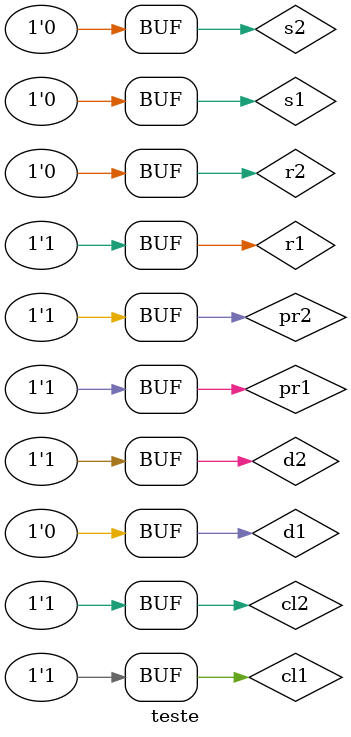
<source format=v>


module ex01 ( p, q, r, s );
	input  r, s;
	output p, q;
	
	reg n1,n2;
	
	nor NOR1(p,s,q);
	nor NOR2(q,r,p);
	
endmodule


module ex02 ( p, q, pr, cl, r, s );
	input  r, s, pr, cl;
	output p, q;
	
	reg n1,n2;
	
	nand NAND1(p,pr,s,q);
	nand NAND2(q,cl,r,p);
	
endmodule


module ex03 ( p, q, pr, cl, d );
	input  d, pr, cl;
	output p, q;
	
	reg  n1,n2;
	wire nd;
	
	not NOT1(nd,d);
	
	nand NAND1(p,pr, d,q);
	nand NAND2(q,cl,nd,p);
	
endmodule


module ex05 ( p, q, d );
	input  d;
	output p, q;
	
	reg  n1,n2;
	wire nd;
	
	not NOT1(nd,d);
	
	nor NOR1(p, d,q);
	nor NOR2(q,nd,p);

endmodule


module teste;
	reg  r1,r2,s1,s2,d1,d2,cl1,pr1,cl2,pr2;
	wire p1,p2,p3,p4,q1,q2,q3,q4;
	
	ex01 EX1(p1,q1,r1,s1);
	ex02 EX2(p2,q2,pr1,cl1,r2,s2);
	ex03 EX3(p3,q3,pr2,cl2,d1);
	ex05 EX5(p4,q4,d2);

	initial begin
		r1=0; s1=0;
		
		
		 $display("Henrique Carvalho Parreira - 347133");
      $display("Guia 10");
		$display("AC - 2010");

		$display("Exer 1");
		$monitor("r = %b; s = %b: Q' = %b; Q = %b",r1,s1,p1,q1);
		#1 r1=1; s1=0;
		#1 r1=0;s1=0;
		#1 r1=0;s1=1;
		#1 r1=0;s1=0;
		#1 r1=1;s1=0;
		r2=0;s2=0;cl1=0;pr1=0;
		
		$display("Exer 2, 4");
		$monitor("r = %b; s = %b; Clear = %b; Preset = %b: Q' = %b; Q = %b",r2,s2,cl1,pr1,p2,q2);
		
		   
		#1 r2=0;s2=0;cl1=0;pr1=0;
		#1 r2=0;s2=0;cl1=0;pr1=0;
		#1 r2=1;s2=0;cl1=1;pr1=0;
		#1 r2=0;s2=0;cl1=1;pr1=0;
		#1 r2=1;s2=0;cl1=1;pr1=1;
		#1 r2=0;s2=1;cl1=1;pr1=1;
		#1 r2=0;s2=1;cl1=1;pr1=1;
		#1 r2=0;s2=0;cl1=1;pr1=1;
		d1=0;cl2=0;pr2=0;
		
		$display("Exer 3");
		$monitor("d = %b; Clear = %b: Preset = %b: Q' = %b; Q = %b",d1,cl2,pr2,p3,q3);
		#1 d1=1;cl2=0;pr2=0;
		#1 d1=0;cl2=1;pr2=0;
		#1 d1=1;cl2=1;pr2=0;
		#1 d1=0;cl2=0;pr2=1;
		#1 d1=1;cl2=0;pr2=1;
		#1 d1=1;cl2=1;pr2=1;
		#1 d1=0;cl2=1;pr2=1;
		d2 = 0;
		
		$display("Exer 5");
		$monitor("d = %b: Q' = %b; Q = %b",d2,p4,q4);
		#1 d2 = 1;
		
	end
endmodule
</source>
